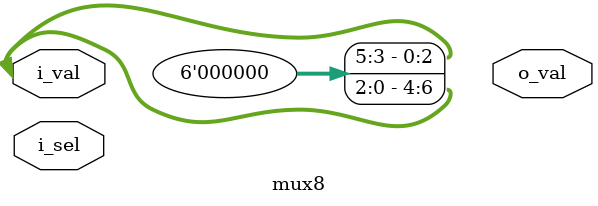
<source format=v>
module mux(input wire i_sel, i_val0, i_val1, output wire o_val);
assign o_val = i_sel?i_val1:i_val0;
endmodule

module opmux(input wire i_sel, input wire [0:4] i_val0, i_val1, output wire [0:4] o_val);
mux mux_bit0(.i_sel(i_sel), .i_val0(i_val0[0]), .i_val1(i_val1[0]), .o_val(o_val[0]));
mux mux_bit1(.i_sel(i_sel), .i_val0(i_val0[1]), .i_val1(i_val1[1]), .o_val(o_val[1]));
mux mux_bit2(.i_sel(i_sel), .i_val0(i_val0[2]), .i_val1(i_val1[2]), .o_val(o_val[2]));
mux mux_bit3(.i_sel(i_sel), .i_val0(i_val0[3]), .i_val1(i_val1[3]), .o_val(o_val[3]));
mux mux_bit4(.i_sel(i_sel), .i_val0(i_val0[4]), .i_val1(i_val1[4]), .o_val(o_val[4]));
endmodule

module wordmux(input wire i_sel, input wire [0:16] i_val0, i_val1, output wire [0:16] o_val);
mux mux_bit0(.i_sel(i_sel), .i_val0(i_val0[0]), .i_val1(i_val1[0]), .o_val(o_val[0]));
mux mux_bit1(.i_sel(i_sel), .i_val0(i_val0[1]), .i_val1(i_val1[1]), .o_val(o_val[1]));
mux mux_bit2(.i_sel(i_sel), .i_val0(i_val0[2]), .i_val1(i_val1[2]), .o_val(o_val[2]));
mux mux_bit3(.i_sel(i_sel), .i_val0(i_val0[3]), .i_val1(i_val1[3]), .o_val(o_val[3]));
mux mux_bit4(.i_sel(i_sel), .i_val0(i_val0[4]), .i_val1(i_val1[4]), .o_val(o_val[4]));
mux mux_bit5(.i_sel(i_sel), .i_val0(i_val0[5]), .i_val1(i_val1[5]), .o_val(o_val[5]));
mux mux_bit6(.i_sel(i_sel), .i_val0(i_val0[6]), .i_val1(i_val1[6]), .o_val(o_val[6]));
mux mux_bit7(.i_sel(i_sel), .i_val0(i_val0[7]), .i_val1(i_val1[7]), .o_val(o_val[7]));
mux mux_bit8(.i_sel(i_sel), .i_val0(i_val0[8]), .i_val1(i_val1[8]), .o_val(o_val[8]));
mux mux_bit9(.i_sel(i_sel), .i_val0(i_val0[9]), .i_val1(i_val1[9]), .o_val(o_val[9]));
mux mux_bit10(.i_sel(i_sel), .i_val0(i_val0[10]), .i_val1(i_val1[10]), .o_val(o_val[10]));
mux mux_bit11(.i_sel(i_sel), .i_val0(i_val0[11]), .i_val1(i_val1[11]), .o_val(o_val[11]));
mux mux_bit12(.i_sel(i_sel), .i_val0(i_val0[12]), .i_val1(i_val1[12]), .o_val(o_val[12]));
mux mux_bit13(.i_sel(i_sel), .i_val0(i_val0[13]), .i_val1(i_val1[13]), .o_val(o_val[13]));
mux mux_bit14(.i_sel(i_sel), .i_val0(i_val0[14]), .i_val1(i_val1[14]), .o_val(o_val[14]));
mux mux_bit15(.i_sel(i_sel), .i_val0(i_val0[15]), .i_val1(i_val1[15]), .o_val(o_val[15]));
endmodule

module wordmux4(input wire [0:1] i_sel, input wire [0:16] i_val0, i_val1, i_val2, i_val3, output wire [0:16] o_val);
wire [0:16] w_0, w_1;
wordmux mux1(.i_sel(i_sel[1]), .i_val0(i_val0), .i_val1(i_val1), .o_val(w_0));
wordmux mux2(.i_sel(i_sel[1]), .i_val0(i_val2), .i_val1(i_val3), .o_val(w_1));
wordmux mux3(.i_sel(i_sel[0]), .i_val0(w_0), .i_val1(w_1), .o_val(o_val));
endmodule

module mux4 (input wire [0:1] i_sel, input wire [0:3] i_val, output wire o_val);
    wire  w_0, w_1;
    mux2 mux2_0 (i_val[0], i_val[1], i_sel[1], w_0);
    mux2 mux2_1 (i_val[2], i_val[3], i_sel[1], w_1);
    mux2 mux2_2 (w_0, w_1, i_sel[0], o);
endmodule

module mux8 (input wire [0:2] i_sel, input wire [0:7] i_val, output wire o_val);
    wire  w_0, w_1;
    mux4 mux4_0 (i_sel[2], i_sel[1], i_val[0:3], w_0);
    mux4 mux4_1 (i_sel[2], i_sel[1], i_val[4:7], w_1);
    mux2 mux2_2 (w_0, w_1, i_sel[0], o);
endmodule

</source>
